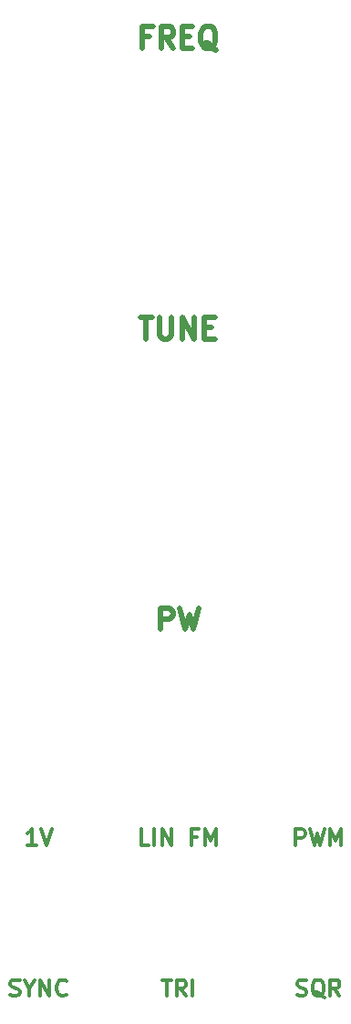
<source format=gbr>
G04 #@! TF.GenerationSoftware,KiCad,Pcbnew,(5.1.10)-1*
G04 #@! TF.CreationDate,2021-09-16T11:51:43-07:00*
G04 #@! TF.ProjectId,vco_panel,76636f5f-7061-46e6-956c-2e6b69636164,rev?*
G04 #@! TF.SameCoordinates,Original*
G04 #@! TF.FileFunction,Legend,Top*
G04 #@! TF.FilePolarity,Positive*
%FSLAX46Y46*%
G04 Gerber Fmt 4.6, Leading zero omitted, Abs format (unit mm)*
G04 Created by KiCad (PCBNEW (5.1.10)-1) date 2021-09-16 11:51:43*
%MOMM*%
%LPD*%
G01*
G04 APERTURE LIST*
%ADD10C,0.500000*%
%ADD11C,0.375000*%
%ADD12C,0.300000*%
G04 APERTURE END LIST*
D10*
X15428571Y63595238D02*
X16571428Y63595238D01*
X16000000Y61595238D02*
X16000000Y63595238D01*
X17238095Y63595238D02*
X17238095Y61976190D01*
X17333333Y61785714D01*
X17428571Y61690476D01*
X17619047Y61595238D01*
X18000000Y61595238D01*
X18190476Y61690476D01*
X18285714Y61785714D01*
X18380952Y61976190D01*
X18380952Y63595238D01*
X19333333Y61595238D02*
X19333333Y63595238D01*
X20476190Y61595238D01*
X20476190Y63595238D01*
X21428571Y62642857D02*
X22095238Y62642857D01*
X22380952Y61595238D02*
X21428571Y61595238D01*
X21428571Y63595238D01*
X22380952Y63595238D01*
X17333333Y34595238D02*
X17333333Y36595238D01*
X18095238Y36595238D01*
X18285714Y36500000D01*
X18380952Y36404761D01*
X18476190Y36214285D01*
X18476190Y35928571D01*
X18380952Y35738095D01*
X18285714Y35642857D01*
X18095238Y35547619D01*
X17333333Y35547619D01*
X19142857Y36595238D02*
X19619047Y34595238D01*
X20000000Y36023809D01*
X20380952Y34595238D01*
X20857142Y36595238D01*
D11*
X3392857Y642857D02*
X3607142Y571428D01*
X3964285Y571428D01*
X4107142Y642857D01*
X4178571Y714285D01*
X4250000Y857142D01*
X4250000Y1000000D01*
X4178571Y1142857D01*
X4107142Y1214285D01*
X3964285Y1285714D01*
X3678571Y1357142D01*
X3535714Y1428571D01*
X3464285Y1500000D01*
X3392857Y1642857D01*
X3392857Y1785714D01*
X3464285Y1928571D01*
X3535714Y2000000D01*
X3678571Y2071428D01*
X4035714Y2071428D01*
X4250000Y2000000D01*
X5178571Y1285714D02*
X5178571Y571428D01*
X4678571Y2071428D02*
X5178571Y1285714D01*
X5678571Y2071428D01*
X6178571Y571428D02*
X6178571Y2071428D01*
X7035714Y571428D01*
X7035714Y2071428D01*
X8607142Y714285D02*
X8535714Y642857D01*
X8321428Y571428D01*
X8178571Y571428D01*
X7964285Y642857D01*
X7821428Y785714D01*
X7750000Y928571D01*
X7678571Y1214285D01*
X7678571Y1428571D01*
X7750000Y1714285D01*
X7821428Y1857142D01*
X7964285Y2000000D01*
X8178571Y2071428D01*
X8321428Y2071428D01*
X8535714Y2000000D01*
X8607142Y1928571D01*
X17464285Y2071428D02*
X18321428Y2071428D01*
X17892857Y571428D02*
X17892857Y2071428D01*
X19678571Y571428D02*
X19178571Y1285714D01*
X18821428Y571428D02*
X18821428Y2071428D01*
X19392857Y2071428D01*
X19535714Y2000000D01*
X19607142Y1928571D01*
X19678571Y1785714D01*
X19678571Y1571428D01*
X19607142Y1428571D01*
X19535714Y1357142D01*
X19392857Y1285714D01*
X18821428Y1285714D01*
X20321428Y571428D02*
X20321428Y2071428D01*
X30035714Y642857D02*
X30250000Y571428D01*
X30607142Y571428D01*
X30750000Y642857D01*
X30821428Y714285D01*
X30892857Y857142D01*
X30892857Y1000000D01*
X30821428Y1142857D01*
X30750000Y1214285D01*
X30607142Y1285714D01*
X30321428Y1357142D01*
X30178571Y1428571D01*
X30107142Y1500000D01*
X30035714Y1642857D01*
X30035714Y1785714D01*
X30107142Y1928571D01*
X30178571Y2000000D01*
X30321428Y2071428D01*
X30678571Y2071428D01*
X30892857Y2000000D01*
X32535714Y428571D02*
X32392857Y500000D01*
X32250000Y642857D01*
X32035714Y857142D01*
X31892857Y928571D01*
X31750000Y928571D01*
X31821428Y571428D02*
X31678571Y642857D01*
X31535714Y785714D01*
X31464285Y1071428D01*
X31464285Y1571428D01*
X31535714Y1857142D01*
X31678571Y2000000D01*
X31821428Y2071428D01*
X32107142Y2071428D01*
X32250000Y2000000D01*
X32392857Y1857142D01*
X32464285Y1571428D01*
X32464285Y1071428D01*
X32392857Y785714D01*
X32250000Y642857D01*
X32107142Y571428D01*
X31821428Y571428D01*
X33964285Y571428D02*
X33464285Y1285714D01*
X33107142Y571428D02*
X33107142Y2071428D01*
X33678571Y2071428D01*
X33821428Y2000000D01*
X33892857Y1928571D01*
X33964285Y1785714D01*
X33964285Y1571428D01*
X33892857Y1428571D01*
X33821428Y1357142D01*
X33678571Y1285714D01*
X33107142Y1285714D01*
X29892857Y14571428D02*
X29892857Y16071428D01*
X30464285Y16071428D01*
X30607142Y16000000D01*
X30678571Y15928571D01*
X30750000Y15785714D01*
X30750000Y15571428D01*
X30678571Y15428571D01*
X30607142Y15357142D01*
X30464285Y15285714D01*
X29892857Y15285714D01*
X31250000Y16071428D02*
X31607142Y14571428D01*
X31892857Y15642857D01*
X32178571Y14571428D01*
X32535714Y16071428D01*
X33107142Y14571428D02*
X33107142Y16071428D01*
X33607142Y15000000D01*
X34107142Y16071428D01*
X34107142Y14571428D01*
X16250000Y14571428D02*
X15535714Y14571428D01*
X15535714Y16071428D01*
X16750000Y14571428D02*
X16750000Y16071428D01*
X17464285Y14571428D02*
X17464285Y16071428D01*
X18321428Y14571428D01*
X18321428Y16071428D01*
X20678571Y15357142D02*
X20178571Y15357142D01*
X20178571Y14571428D02*
X20178571Y16071428D01*
X20892857Y16071428D01*
X21464285Y14571428D02*
X21464285Y16071428D01*
X21964285Y15000000D01*
X22464285Y16071428D01*
X22464285Y14571428D01*
D12*
X5785714Y14571428D02*
X4928571Y14571428D01*
X5357142Y14571428D02*
X5357142Y16071428D01*
X5214285Y15857142D01*
X5071428Y15714285D01*
X4928571Y15642857D01*
X6214285Y16071428D02*
X6714285Y14571428D01*
X7214285Y16071428D01*
D10*
X16333333Y89642857D02*
X15666666Y89642857D01*
X15666666Y88595238D02*
X15666666Y90595238D01*
X16619047Y90595238D01*
X18523809Y88595238D02*
X17857142Y89547619D01*
X17380952Y88595238D02*
X17380952Y90595238D01*
X18142857Y90595238D01*
X18333333Y90500000D01*
X18428571Y90404761D01*
X18523809Y90214285D01*
X18523809Y89928571D01*
X18428571Y89738095D01*
X18333333Y89642857D01*
X18142857Y89547619D01*
X17380952Y89547619D01*
X19380952Y89642857D02*
X20047619Y89642857D01*
X20333333Y88595238D02*
X19380952Y88595238D01*
X19380952Y90595238D01*
X20333333Y90595238D01*
X22523809Y88404761D02*
X22333333Y88500000D01*
X22142857Y88690476D01*
X21857142Y88976190D01*
X21666666Y89071428D01*
X21476190Y89071428D01*
X21571428Y88595238D02*
X21380952Y88690476D01*
X21190476Y88880952D01*
X21095238Y89261904D01*
X21095238Y89928571D01*
X21190476Y90309523D01*
X21380952Y90500000D01*
X21571428Y90595238D01*
X21952380Y90595238D01*
X22142857Y90500000D01*
X22333333Y90309523D01*
X22428571Y89928571D01*
X22428571Y89261904D01*
X22333333Y88880952D01*
X22142857Y88690476D01*
X21952380Y88595238D01*
X21571428Y88595238D01*
M02*

</source>
